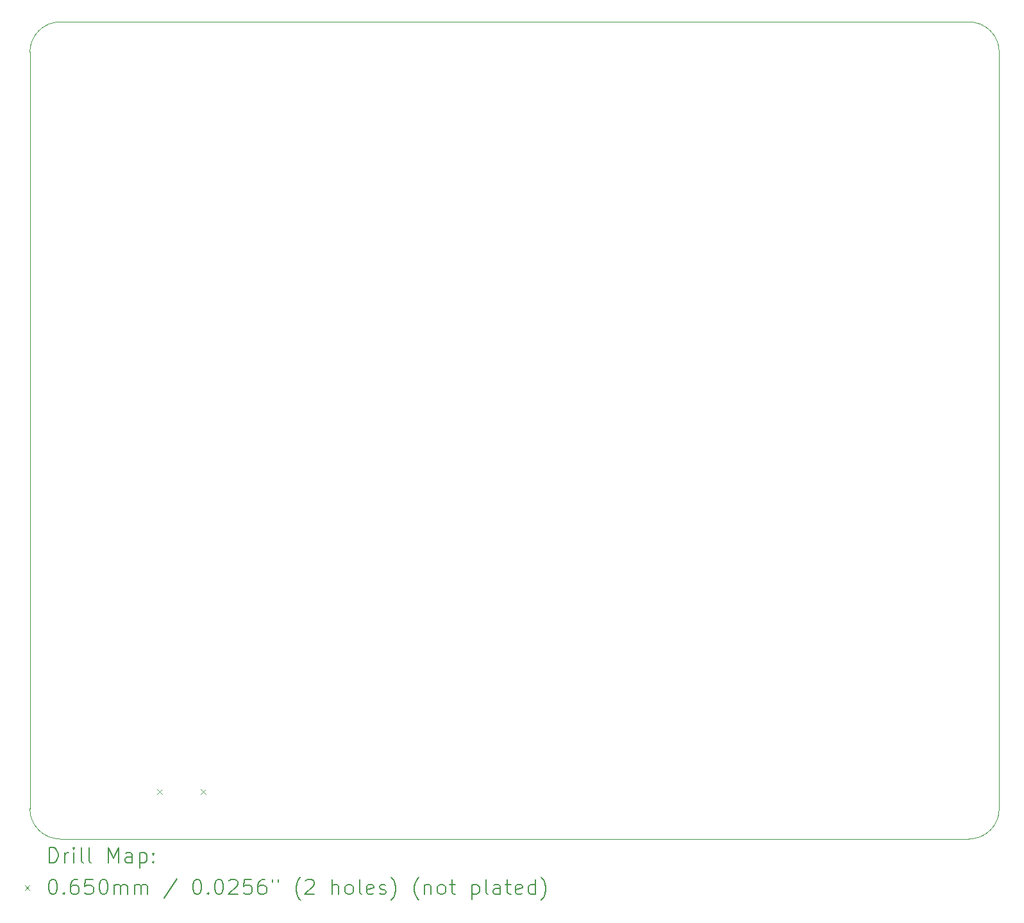
<source format=gbr>
%TF.GenerationSoftware,KiCad,Pcbnew,7.0.10*%
%TF.CreationDate,2024-06-08T14:33:12-05:00*%
%TF.ProjectId,viewer_rev2,76696577-6572-45f7-9265-76322e6b6963,rev?*%
%TF.SameCoordinates,PX62b48e0PY1ba8140*%
%TF.FileFunction,Drillmap*%
%TF.FilePolarity,Positive*%
%FSLAX45Y45*%
G04 Gerber Fmt 4.5, Leading zero omitted, Abs format (unit mm)*
G04 Created by KiCad (PCBNEW 7.0.10) date 2024-06-08 14:33:12*
%MOMM*%
%LPD*%
G01*
G04 APERTURE LIST*
%ADD10C,0.050000*%
%ADD11C,0.200000*%
%ADD12C,0.100000*%
G04 APERTURE END LIST*
D10*
X400000Y-10800000D02*
X12400000Y-10800000D01*
X400000Y0D02*
G75*
G03*
X0Y-400000I0J-400000D01*
G01*
X12800000Y-400000D02*
G75*
G03*
X12400000Y0I-400000J0D01*
G01*
X0Y-400000D02*
X0Y-10400000D01*
X0Y-10400000D02*
G75*
G03*
X400000Y-10800000I400000J0D01*
G01*
X400000Y0D02*
X12400000Y0D01*
X12400000Y-10800000D02*
G75*
G03*
X12800000Y-10400000I0J400000D01*
G01*
X12800000Y-400000D02*
X12800000Y-10400000D01*
D11*
D12*
X1678500Y-10142000D02*
X1743500Y-10207000D01*
X1743500Y-10142000D02*
X1678500Y-10207000D01*
X2256500Y-10142000D02*
X2321500Y-10207000D01*
X2321500Y-10142000D02*
X2256500Y-10207000D01*
D11*
X258277Y-11113984D02*
X258277Y-10913984D01*
X258277Y-10913984D02*
X305896Y-10913984D01*
X305896Y-10913984D02*
X334467Y-10923508D01*
X334467Y-10923508D02*
X353515Y-10942555D01*
X353515Y-10942555D02*
X363039Y-10961603D01*
X363039Y-10961603D02*
X372562Y-10999698D01*
X372562Y-10999698D02*
X372562Y-11028270D01*
X372562Y-11028270D02*
X363039Y-11066365D01*
X363039Y-11066365D02*
X353515Y-11085412D01*
X353515Y-11085412D02*
X334467Y-11104460D01*
X334467Y-11104460D02*
X305896Y-11113984D01*
X305896Y-11113984D02*
X258277Y-11113984D01*
X458277Y-11113984D02*
X458277Y-10980650D01*
X458277Y-11018746D02*
X467801Y-10999698D01*
X467801Y-10999698D02*
X477324Y-10990174D01*
X477324Y-10990174D02*
X496372Y-10980650D01*
X496372Y-10980650D02*
X515420Y-10980650D01*
X582086Y-11113984D02*
X582086Y-10980650D01*
X582086Y-10913984D02*
X572563Y-10923508D01*
X572563Y-10923508D02*
X582086Y-10933031D01*
X582086Y-10933031D02*
X591610Y-10923508D01*
X591610Y-10923508D02*
X582086Y-10913984D01*
X582086Y-10913984D02*
X582086Y-10933031D01*
X705896Y-11113984D02*
X686848Y-11104460D01*
X686848Y-11104460D02*
X677324Y-11085412D01*
X677324Y-11085412D02*
X677324Y-10913984D01*
X810658Y-11113984D02*
X791610Y-11104460D01*
X791610Y-11104460D02*
X782086Y-11085412D01*
X782086Y-11085412D02*
X782086Y-10913984D01*
X1039229Y-11113984D02*
X1039229Y-10913984D01*
X1039229Y-10913984D02*
X1105896Y-11056841D01*
X1105896Y-11056841D02*
X1172563Y-10913984D01*
X1172563Y-10913984D02*
X1172563Y-11113984D01*
X1353515Y-11113984D02*
X1353515Y-11009222D01*
X1353515Y-11009222D02*
X1343991Y-10990174D01*
X1343991Y-10990174D02*
X1324944Y-10980650D01*
X1324944Y-10980650D02*
X1286848Y-10980650D01*
X1286848Y-10980650D02*
X1267801Y-10990174D01*
X1353515Y-11104460D02*
X1334467Y-11113984D01*
X1334467Y-11113984D02*
X1286848Y-11113984D01*
X1286848Y-11113984D02*
X1267801Y-11104460D01*
X1267801Y-11104460D02*
X1258277Y-11085412D01*
X1258277Y-11085412D02*
X1258277Y-11066365D01*
X1258277Y-11066365D02*
X1267801Y-11047317D01*
X1267801Y-11047317D02*
X1286848Y-11037793D01*
X1286848Y-11037793D02*
X1334467Y-11037793D01*
X1334467Y-11037793D02*
X1353515Y-11028270D01*
X1448753Y-10980650D02*
X1448753Y-11180650D01*
X1448753Y-10990174D02*
X1467801Y-10980650D01*
X1467801Y-10980650D02*
X1505896Y-10980650D01*
X1505896Y-10980650D02*
X1524943Y-10990174D01*
X1524943Y-10990174D02*
X1534467Y-10999698D01*
X1534467Y-10999698D02*
X1543991Y-11018746D01*
X1543991Y-11018746D02*
X1543991Y-11075889D01*
X1543991Y-11075889D02*
X1534467Y-11094936D01*
X1534467Y-11094936D02*
X1524943Y-11104460D01*
X1524943Y-11104460D02*
X1505896Y-11113984D01*
X1505896Y-11113984D02*
X1467801Y-11113984D01*
X1467801Y-11113984D02*
X1448753Y-11104460D01*
X1629705Y-11094936D02*
X1639229Y-11104460D01*
X1639229Y-11104460D02*
X1629705Y-11113984D01*
X1629705Y-11113984D02*
X1620182Y-11104460D01*
X1620182Y-11104460D02*
X1629705Y-11094936D01*
X1629705Y-11094936D02*
X1629705Y-11113984D01*
X1629705Y-10990174D02*
X1639229Y-10999698D01*
X1639229Y-10999698D02*
X1629705Y-11009222D01*
X1629705Y-11009222D02*
X1620182Y-10999698D01*
X1620182Y-10999698D02*
X1629705Y-10990174D01*
X1629705Y-10990174D02*
X1629705Y-11009222D01*
D12*
X-67500Y-11410000D02*
X-2500Y-11475000D01*
X-2500Y-11410000D02*
X-67500Y-11475000D01*
D11*
X296372Y-11333984D02*
X315420Y-11333984D01*
X315420Y-11333984D02*
X334467Y-11343508D01*
X334467Y-11343508D02*
X343991Y-11353031D01*
X343991Y-11353031D02*
X353515Y-11372079D01*
X353515Y-11372079D02*
X363039Y-11410174D01*
X363039Y-11410174D02*
X363039Y-11457793D01*
X363039Y-11457793D02*
X353515Y-11495888D01*
X353515Y-11495888D02*
X343991Y-11514936D01*
X343991Y-11514936D02*
X334467Y-11524460D01*
X334467Y-11524460D02*
X315420Y-11533984D01*
X315420Y-11533984D02*
X296372Y-11533984D01*
X296372Y-11533984D02*
X277324Y-11524460D01*
X277324Y-11524460D02*
X267801Y-11514936D01*
X267801Y-11514936D02*
X258277Y-11495888D01*
X258277Y-11495888D02*
X248753Y-11457793D01*
X248753Y-11457793D02*
X248753Y-11410174D01*
X248753Y-11410174D02*
X258277Y-11372079D01*
X258277Y-11372079D02*
X267801Y-11353031D01*
X267801Y-11353031D02*
X277324Y-11343508D01*
X277324Y-11343508D02*
X296372Y-11333984D01*
X448753Y-11514936D02*
X458277Y-11524460D01*
X458277Y-11524460D02*
X448753Y-11533984D01*
X448753Y-11533984D02*
X439229Y-11524460D01*
X439229Y-11524460D02*
X448753Y-11514936D01*
X448753Y-11514936D02*
X448753Y-11533984D01*
X629705Y-11333984D02*
X591610Y-11333984D01*
X591610Y-11333984D02*
X572563Y-11343508D01*
X572563Y-11343508D02*
X563039Y-11353031D01*
X563039Y-11353031D02*
X543991Y-11381603D01*
X543991Y-11381603D02*
X534467Y-11419698D01*
X534467Y-11419698D02*
X534467Y-11495888D01*
X534467Y-11495888D02*
X543991Y-11514936D01*
X543991Y-11514936D02*
X553515Y-11524460D01*
X553515Y-11524460D02*
X572563Y-11533984D01*
X572563Y-11533984D02*
X610658Y-11533984D01*
X610658Y-11533984D02*
X629705Y-11524460D01*
X629705Y-11524460D02*
X639229Y-11514936D01*
X639229Y-11514936D02*
X648753Y-11495888D01*
X648753Y-11495888D02*
X648753Y-11448269D01*
X648753Y-11448269D02*
X639229Y-11429222D01*
X639229Y-11429222D02*
X629705Y-11419698D01*
X629705Y-11419698D02*
X610658Y-11410174D01*
X610658Y-11410174D02*
X572563Y-11410174D01*
X572563Y-11410174D02*
X553515Y-11419698D01*
X553515Y-11419698D02*
X543991Y-11429222D01*
X543991Y-11429222D02*
X534467Y-11448269D01*
X829705Y-11333984D02*
X734467Y-11333984D01*
X734467Y-11333984D02*
X724943Y-11429222D01*
X724943Y-11429222D02*
X734467Y-11419698D01*
X734467Y-11419698D02*
X753515Y-11410174D01*
X753515Y-11410174D02*
X801134Y-11410174D01*
X801134Y-11410174D02*
X820182Y-11419698D01*
X820182Y-11419698D02*
X829705Y-11429222D01*
X829705Y-11429222D02*
X839229Y-11448269D01*
X839229Y-11448269D02*
X839229Y-11495888D01*
X839229Y-11495888D02*
X829705Y-11514936D01*
X829705Y-11514936D02*
X820182Y-11524460D01*
X820182Y-11524460D02*
X801134Y-11533984D01*
X801134Y-11533984D02*
X753515Y-11533984D01*
X753515Y-11533984D02*
X734467Y-11524460D01*
X734467Y-11524460D02*
X724943Y-11514936D01*
X963039Y-11333984D02*
X982086Y-11333984D01*
X982086Y-11333984D02*
X1001134Y-11343508D01*
X1001134Y-11343508D02*
X1010658Y-11353031D01*
X1010658Y-11353031D02*
X1020182Y-11372079D01*
X1020182Y-11372079D02*
X1029705Y-11410174D01*
X1029705Y-11410174D02*
X1029705Y-11457793D01*
X1029705Y-11457793D02*
X1020182Y-11495888D01*
X1020182Y-11495888D02*
X1010658Y-11514936D01*
X1010658Y-11514936D02*
X1001134Y-11524460D01*
X1001134Y-11524460D02*
X982086Y-11533984D01*
X982086Y-11533984D02*
X963039Y-11533984D01*
X963039Y-11533984D02*
X943991Y-11524460D01*
X943991Y-11524460D02*
X934467Y-11514936D01*
X934467Y-11514936D02*
X924943Y-11495888D01*
X924943Y-11495888D02*
X915420Y-11457793D01*
X915420Y-11457793D02*
X915420Y-11410174D01*
X915420Y-11410174D02*
X924943Y-11372079D01*
X924943Y-11372079D02*
X934467Y-11353031D01*
X934467Y-11353031D02*
X943991Y-11343508D01*
X943991Y-11343508D02*
X963039Y-11333984D01*
X1115420Y-11533984D02*
X1115420Y-11400650D01*
X1115420Y-11419698D02*
X1124944Y-11410174D01*
X1124944Y-11410174D02*
X1143991Y-11400650D01*
X1143991Y-11400650D02*
X1172563Y-11400650D01*
X1172563Y-11400650D02*
X1191610Y-11410174D01*
X1191610Y-11410174D02*
X1201134Y-11429222D01*
X1201134Y-11429222D02*
X1201134Y-11533984D01*
X1201134Y-11429222D02*
X1210658Y-11410174D01*
X1210658Y-11410174D02*
X1229705Y-11400650D01*
X1229705Y-11400650D02*
X1258277Y-11400650D01*
X1258277Y-11400650D02*
X1277325Y-11410174D01*
X1277325Y-11410174D02*
X1286848Y-11429222D01*
X1286848Y-11429222D02*
X1286848Y-11533984D01*
X1382086Y-11533984D02*
X1382086Y-11400650D01*
X1382086Y-11419698D02*
X1391610Y-11410174D01*
X1391610Y-11410174D02*
X1410658Y-11400650D01*
X1410658Y-11400650D02*
X1439229Y-11400650D01*
X1439229Y-11400650D02*
X1458277Y-11410174D01*
X1458277Y-11410174D02*
X1467801Y-11429222D01*
X1467801Y-11429222D02*
X1467801Y-11533984D01*
X1467801Y-11429222D02*
X1477324Y-11410174D01*
X1477324Y-11410174D02*
X1496372Y-11400650D01*
X1496372Y-11400650D02*
X1524943Y-11400650D01*
X1524943Y-11400650D02*
X1543991Y-11410174D01*
X1543991Y-11410174D02*
X1553515Y-11429222D01*
X1553515Y-11429222D02*
X1553515Y-11533984D01*
X1943991Y-11324460D02*
X1772563Y-11581603D01*
X2201134Y-11333984D02*
X2220182Y-11333984D01*
X2220182Y-11333984D02*
X2239229Y-11343508D01*
X2239229Y-11343508D02*
X2248753Y-11353031D01*
X2248753Y-11353031D02*
X2258277Y-11372079D01*
X2258277Y-11372079D02*
X2267801Y-11410174D01*
X2267801Y-11410174D02*
X2267801Y-11457793D01*
X2267801Y-11457793D02*
X2258277Y-11495888D01*
X2258277Y-11495888D02*
X2248753Y-11514936D01*
X2248753Y-11514936D02*
X2239229Y-11524460D01*
X2239229Y-11524460D02*
X2220182Y-11533984D01*
X2220182Y-11533984D02*
X2201134Y-11533984D01*
X2201134Y-11533984D02*
X2182087Y-11524460D01*
X2182087Y-11524460D02*
X2172563Y-11514936D01*
X2172563Y-11514936D02*
X2163039Y-11495888D01*
X2163039Y-11495888D02*
X2153515Y-11457793D01*
X2153515Y-11457793D02*
X2153515Y-11410174D01*
X2153515Y-11410174D02*
X2163039Y-11372079D01*
X2163039Y-11372079D02*
X2172563Y-11353031D01*
X2172563Y-11353031D02*
X2182087Y-11343508D01*
X2182087Y-11343508D02*
X2201134Y-11333984D01*
X2353515Y-11514936D02*
X2363039Y-11524460D01*
X2363039Y-11524460D02*
X2353515Y-11533984D01*
X2353515Y-11533984D02*
X2343991Y-11524460D01*
X2343991Y-11524460D02*
X2353515Y-11514936D01*
X2353515Y-11514936D02*
X2353515Y-11533984D01*
X2486848Y-11333984D02*
X2505896Y-11333984D01*
X2505896Y-11333984D02*
X2524944Y-11343508D01*
X2524944Y-11343508D02*
X2534468Y-11353031D01*
X2534468Y-11353031D02*
X2543991Y-11372079D01*
X2543991Y-11372079D02*
X2553515Y-11410174D01*
X2553515Y-11410174D02*
X2553515Y-11457793D01*
X2553515Y-11457793D02*
X2543991Y-11495888D01*
X2543991Y-11495888D02*
X2534468Y-11514936D01*
X2534468Y-11514936D02*
X2524944Y-11524460D01*
X2524944Y-11524460D02*
X2505896Y-11533984D01*
X2505896Y-11533984D02*
X2486848Y-11533984D01*
X2486848Y-11533984D02*
X2467801Y-11524460D01*
X2467801Y-11524460D02*
X2458277Y-11514936D01*
X2458277Y-11514936D02*
X2448753Y-11495888D01*
X2448753Y-11495888D02*
X2439229Y-11457793D01*
X2439229Y-11457793D02*
X2439229Y-11410174D01*
X2439229Y-11410174D02*
X2448753Y-11372079D01*
X2448753Y-11372079D02*
X2458277Y-11353031D01*
X2458277Y-11353031D02*
X2467801Y-11343508D01*
X2467801Y-11343508D02*
X2486848Y-11333984D01*
X2629706Y-11353031D02*
X2639229Y-11343508D01*
X2639229Y-11343508D02*
X2658277Y-11333984D01*
X2658277Y-11333984D02*
X2705896Y-11333984D01*
X2705896Y-11333984D02*
X2724944Y-11343508D01*
X2724944Y-11343508D02*
X2734468Y-11353031D01*
X2734468Y-11353031D02*
X2743991Y-11372079D01*
X2743991Y-11372079D02*
X2743991Y-11391127D01*
X2743991Y-11391127D02*
X2734468Y-11419698D01*
X2734468Y-11419698D02*
X2620182Y-11533984D01*
X2620182Y-11533984D02*
X2743991Y-11533984D01*
X2924944Y-11333984D02*
X2829706Y-11333984D01*
X2829706Y-11333984D02*
X2820182Y-11429222D01*
X2820182Y-11429222D02*
X2829706Y-11419698D01*
X2829706Y-11419698D02*
X2848753Y-11410174D01*
X2848753Y-11410174D02*
X2896372Y-11410174D01*
X2896372Y-11410174D02*
X2915420Y-11419698D01*
X2915420Y-11419698D02*
X2924944Y-11429222D01*
X2924944Y-11429222D02*
X2934467Y-11448269D01*
X2934467Y-11448269D02*
X2934467Y-11495888D01*
X2934467Y-11495888D02*
X2924944Y-11514936D01*
X2924944Y-11514936D02*
X2915420Y-11524460D01*
X2915420Y-11524460D02*
X2896372Y-11533984D01*
X2896372Y-11533984D02*
X2848753Y-11533984D01*
X2848753Y-11533984D02*
X2829706Y-11524460D01*
X2829706Y-11524460D02*
X2820182Y-11514936D01*
X3105896Y-11333984D02*
X3067801Y-11333984D01*
X3067801Y-11333984D02*
X3048753Y-11343508D01*
X3048753Y-11343508D02*
X3039229Y-11353031D01*
X3039229Y-11353031D02*
X3020182Y-11381603D01*
X3020182Y-11381603D02*
X3010658Y-11419698D01*
X3010658Y-11419698D02*
X3010658Y-11495888D01*
X3010658Y-11495888D02*
X3020182Y-11514936D01*
X3020182Y-11514936D02*
X3029706Y-11524460D01*
X3029706Y-11524460D02*
X3048753Y-11533984D01*
X3048753Y-11533984D02*
X3086848Y-11533984D01*
X3086848Y-11533984D02*
X3105896Y-11524460D01*
X3105896Y-11524460D02*
X3115420Y-11514936D01*
X3115420Y-11514936D02*
X3124944Y-11495888D01*
X3124944Y-11495888D02*
X3124944Y-11448269D01*
X3124944Y-11448269D02*
X3115420Y-11429222D01*
X3115420Y-11429222D02*
X3105896Y-11419698D01*
X3105896Y-11419698D02*
X3086848Y-11410174D01*
X3086848Y-11410174D02*
X3048753Y-11410174D01*
X3048753Y-11410174D02*
X3029706Y-11419698D01*
X3029706Y-11419698D02*
X3020182Y-11429222D01*
X3020182Y-11429222D02*
X3010658Y-11448269D01*
X3201134Y-11333984D02*
X3201134Y-11372079D01*
X3277325Y-11333984D02*
X3277325Y-11372079D01*
X3572563Y-11610174D02*
X3563039Y-11600650D01*
X3563039Y-11600650D02*
X3543991Y-11572079D01*
X3543991Y-11572079D02*
X3534468Y-11553031D01*
X3534468Y-11553031D02*
X3524944Y-11524460D01*
X3524944Y-11524460D02*
X3515420Y-11476841D01*
X3515420Y-11476841D02*
X3515420Y-11438746D01*
X3515420Y-11438746D02*
X3524944Y-11391127D01*
X3524944Y-11391127D02*
X3534468Y-11362555D01*
X3534468Y-11362555D02*
X3543991Y-11343508D01*
X3543991Y-11343508D02*
X3563039Y-11314936D01*
X3563039Y-11314936D02*
X3572563Y-11305412D01*
X3639229Y-11353031D02*
X3648753Y-11343508D01*
X3648753Y-11343508D02*
X3667801Y-11333984D01*
X3667801Y-11333984D02*
X3715420Y-11333984D01*
X3715420Y-11333984D02*
X3734468Y-11343508D01*
X3734468Y-11343508D02*
X3743991Y-11353031D01*
X3743991Y-11353031D02*
X3753515Y-11372079D01*
X3753515Y-11372079D02*
X3753515Y-11391127D01*
X3753515Y-11391127D02*
X3743991Y-11419698D01*
X3743991Y-11419698D02*
X3629706Y-11533984D01*
X3629706Y-11533984D02*
X3753515Y-11533984D01*
X3991610Y-11533984D02*
X3991610Y-11333984D01*
X4077325Y-11533984D02*
X4077325Y-11429222D01*
X4077325Y-11429222D02*
X4067801Y-11410174D01*
X4067801Y-11410174D02*
X4048753Y-11400650D01*
X4048753Y-11400650D02*
X4020182Y-11400650D01*
X4020182Y-11400650D02*
X4001134Y-11410174D01*
X4001134Y-11410174D02*
X3991610Y-11419698D01*
X4201134Y-11533984D02*
X4182087Y-11524460D01*
X4182087Y-11524460D02*
X4172563Y-11514936D01*
X4172563Y-11514936D02*
X4163039Y-11495888D01*
X4163039Y-11495888D02*
X4163039Y-11438746D01*
X4163039Y-11438746D02*
X4172563Y-11419698D01*
X4172563Y-11419698D02*
X4182087Y-11410174D01*
X4182087Y-11410174D02*
X4201134Y-11400650D01*
X4201134Y-11400650D02*
X4229706Y-11400650D01*
X4229706Y-11400650D02*
X4248753Y-11410174D01*
X4248753Y-11410174D02*
X4258277Y-11419698D01*
X4258277Y-11419698D02*
X4267801Y-11438746D01*
X4267801Y-11438746D02*
X4267801Y-11495888D01*
X4267801Y-11495888D02*
X4258277Y-11514936D01*
X4258277Y-11514936D02*
X4248753Y-11524460D01*
X4248753Y-11524460D02*
X4229706Y-11533984D01*
X4229706Y-11533984D02*
X4201134Y-11533984D01*
X4382087Y-11533984D02*
X4363039Y-11524460D01*
X4363039Y-11524460D02*
X4353515Y-11505412D01*
X4353515Y-11505412D02*
X4353515Y-11333984D01*
X4534468Y-11524460D02*
X4515420Y-11533984D01*
X4515420Y-11533984D02*
X4477325Y-11533984D01*
X4477325Y-11533984D02*
X4458277Y-11524460D01*
X4458277Y-11524460D02*
X4448753Y-11505412D01*
X4448753Y-11505412D02*
X4448753Y-11429222D01*
X4448753Y-11429222D02*
X4458277Y-11410174D01*
X4458277Y-11410174D02*
X4477325Y-11400650D01*
X4477325Y-11400650D02*
X4515420Y-11400650D01*
X4515420Y-11400650D02*
X4534468Y-11410174D01*
X4534468Y-11410174D02*
X4543992Y-11429222D01*
X4543992Y-11429222D02*
X4543992Y-11448269D01*
X4543992Y-11448269D02*
X4448753Y-11467317D01*
X4620182Y-11524460D02*
X4639230Y-11533984D01*
X4639230Y-11533984D02*
X4677325Y-11533984D01*
X4677325Y-11533984D02*
X4696373Y-11524460D01*
X4696373Y-11524460D02*
X4705896Y-11505412D01*
X4705896Y-11505412D02*
X4705896Y-11495888D01*
X4705896Y-11495888D02*
X4696373Y-11476841D01*
X4696373Y-11476841D02*
X4677325Y-11467317D01*
X4677325Y-11467317D02*
X4648753Y-11467317D01*
X4648753Y-11467317D02*
X4629706Y-11457793D01*
X4629706Y-11457793D02*
X4620182Y-11438746D01*
X4620182Y-11438746D02*
X4620182Y-11429222D01*
X4620182Y-11429222D02*
X4629706Y-11410174D01*
X4629706Y-11410174D02*
X4648753Y-11400650D01*
X4648753Y-11400650D02*
X4677325Y-11400650D01*
X4677325Y-11400650D02*
X4696373Y-11410174D01*
X4772563Y-11610174D02*
X4782087Y-11600650D01*
X4782087Y-11600650D02*
X4801134Y-11572079D01*
X4801134Y-11572079D02*
X4810658Y-11553031D01*
X4810658Y-11553031D02*
X4820182Y-11524460D01*
X4820182Y-11524460D02*
X4829706Y-11476841D01*
X4829706Y-11476841D02*
X4829706Y-11438746D01*
X4829706Y-11438746D02*
X4820182Y-11391127D01*
X4820182Y-11391127D02*
X4810658Y-11362555D01*
X4810658Y-11362555D02*
X4801134Y-11343508D01*
X4801134Y-11343508D02*
X4782087Y-11314936D01*
X4782087Y-11314936D02*
X4772563Y-11305412D01*
X5134468Y-11610174D02*
X5124944Y-11600650D01*
X5124944Y-11600650D02*
X5105896Y-11572079D01*
X5105896Y-11572079D02*
X5096373Y-11553031D01*
X5096373Y-11553031D02*
X5086849Y-11524460D01*
X5086849Y-11524460D02*
X5077325Y-11476841D01*
X5077325Y-11476841D02*
X5077325Y-11438746D01*
X5077325Y-11438746D02*
X5086849Y-11391127D01*
X5086849Y-11391127D02*
X5096373Y-11362555D01*
X5096373Y-11362555D02*
X5105896Y-11343508D01*
X5105896Y-11343508D02*
X5124944Y-11314936D01*
X5124944Y-11314936D02*
X5134468Y-11305412D01*
X5210658Y-11400650D02*
X5210658Y-11533984D01*
X5210658Y-11419698D02*
X5220182Y-11410174D01*
X5220182Y-11410174D02*
X5239230Y-11400650D01*
X5239230Y-11400650D02*
X5267801Y-11400650D01*
X5267801Y-11400650D02*
X5286849Y-11410174D01*
X5286849Y-11410174D02*
X5296373Y-11429222D01*
X5296373Y-11429222D02*
X5296373Y-11533984D01*
X5420182Y-11533984D02*
X5401134Y-11524460D01*
X5401134Y-11524460D02*
X5391611Y-11514936D01*
X5391611Y-11514936D02*
X5382087Y-11495888D01*
X5382087Y-11495888D02*
X5382087Y-11438746D01*
X5382087Y-11438746D02*
X5391611Y-11419698D01*
X5391611Y-11419698D02*
X5401134Y-11410174D01*
X5401134Y-11410174D02*
X5420182Y-11400650D01*
X5420182Y-11400650D02*
X5448754Y-11400650D01*
X5448754Y-11400650D02*
X5467801Y-11410174D01*
X5467801Y-11410174D02*
X5477325Y-11419698D01*
X5477325Y-11419698D02*
X5486849Y-11438746D01*
X5486849Y-11438746D02*
X5486849Y-11495888D01*
X5486849Y-11495888D02*
X5477325Y-11514936D01*
X5477325Y-11514936D02*
X5467801Y-11524460D01*
X5467801Y-11524460D02*
X5448754Y-11533984D01*
X5448754Y-11533984D02*
X5420182Y-11533984D01*
X5543992Y-11400650D02*
X5620182Y-11400650D01*
X5572563Y-11333984D02*
X5572563Y-11505412D01*
X5572563Y-11505412D02*
X5582087Y-11524460D01*
X5582087Y-11524460D02*
X5601134Y-11533984D01*
X5601134Y-11533984D02*
X5620182Y-11533984D01*
X5839230Y-11400650D02*
X5839230Y-11600650D01*
X5839230Y-11410174D02*
X5858277Y-11400650D01*
X5858277Y-11400650D02*
X5896373Y-11400650D01*
X5896373Y-11400650D02*
X5915420Y-11410174D01*
X5915420Y-11410174D02*
X5924944Y-11419698D01*
X5924944Y-11419698D02*
X5934468Y-11438746D01*
X5934468Y-11438746D02*
X5934468Y-11495888D01*
X5934468Y-11495888D02*
X5924944Y-11514936D01*
X5924944Y-11514936D02*
X5915420Y-11524460D01*
X5915420Y-11524460D02*
X5896373Y-11533984D01*
X5896373Y-11533984D02*
X5858277Y-11533984D01*
X5858277Y-11533984D02*
X5839230Y-11524460D01*
X6048753Y-11533984D02*
X6029706Y-11524460D01*
X6029706Y-11524460D02*
X6020182Y-11505412D01*
X6020182Y-11505412D02*
X6020182Y-11333984D01*
X6210658Y-11533984D02*
X6210658Y-11429222D01*
X6210658Y-11429222D02*
X6201134Y-11410174D01*
X6201134Y-11410174D02*
X6182087Y-11400650D01*
X6182087Y-11400650D02*
X6143992Y-11400650D01*
X6143992Y-11400650D02*
X6124944Y-11410174D01*
X6210658Y-11524460D02*
X6191611Y-11533984D01*
X6191611Y-11533984D02*
X6143992Y-11533984D01*
X6143992Y-11533984D02*
X6124944Y-11524460D01*
X6124944Y-11524460D02*
X6115420Y-11505412D01*
X6115420Y-11505412D02*
X6115420Y-11486365D01*
X6115420Y-11486365D02*
X6124944Y-11467317D01*
X6124944Y-11467317D02*
X6143992Y-11457793D01*
X6143992Y-11457793D02*
X6191611Y-11457793D01*
X6191611Y-11457793D02*
X6210658Y-11448269D01*
X6277325Y-11400650D02*
X6353515Y-11400650D01*
X6305896Y-11333984D02*
X6305896Y-11505412D01*
X6305896Y-11505412D02*
X6315420Y-11524460D01*
X6315420Y-11524460D02*
X6334468Y-11533984D01*
X6334468Y-11533984D02*
X6353515Y-11533984D01*
X6496373Y-11524460D02*
X6477325Y-11533984D01*
X6477325Y-11533984D02*
X6439230Y-11533984D01*
X6439230Y-11533984D02*
X6420182Y-11524460D01*
X6420182Y-11524460D02*
X6410658Y-11505412D01*
X6410658Y-11505412D02*
X6410658Y-11429222D01*
X6410658Y-11429222D02*
X6420182Y-11410174D01*
X6420182Y-11410174D02*
X6439230Y-11400650D01*
X6439230Y-11400650D02*
X6477325Y-11400650D01*
X6477325Y-11400650D02*
X6496373Y-11410174D01*
X6496373Y-11410174D02*
X6505896Y-11429222D01*
X6505896Y-11429222D02*
X6505896Y-11448269D01*
X6505896Y-11448269D02*
X6410658Y-11467317D01*
X6677325Y-11533984D02*
X6677325Y-11333984D01*
X6677325Y-11524460D02*
X6658277Y-11533984D01*
X6658277Y-11533984D02*
X6620182Y-11533984D01*
X6620182Y-11533984D02*
X6601134Y-11524460D01*
X6601134Y-11524460D02*
X6591611Y-11514936D01*
X6591611Y-11514936D02*
X6582087Y-11495888D01*
X6582087Y-11495888D02*
X6582087Y-11438746D01*
X6582087Y-11438746D02*
X6591611Y-11419698D01*
X6591611Y-11419698D02*
X6601134Y-11410174D01*
X6601134Y-11410174D02*
X6620182Y-11400650D01*
X6620182Y-11400650D02*
X6658277Y-11400650D01*
X6658277Y-11400650D02*
X6677325Y-11410174D01*
X6753515Y-11610174D02*
X6763039Y-11600650D01*
X6763039Y-11600650D02*
X6782087Y-11572079D01*
X6782087Y-11572079D02*
X6791611Y-11553031D01*
X6791611Y-11553031D02*
X6801134Y-11524460D01*
X6801134Y-11524460D02*
X6810658Y-11476841D01*
X6810658Y-11476841D02*
X6810658Y-11438746D01*
X6810658Y-11438746D02*
X6801134Y-11391127D01*
X6801134Y-11391127D02*
X6791611Y-11362555D01*
X6791611Y-11362555D02*
X6782087Y-11343508D01*
X6782087Y-11343508D02*
X6763039Y-11314936D01*
X6763039Y-11314936D02*
X6753515Y-11305412D01*
M02*

</source>
